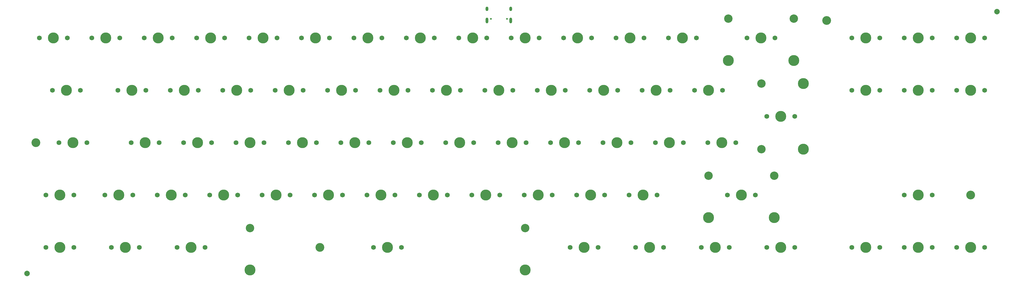
<source format=gts>
G04 #@! TF.GenerationSoftware,KiCad,Pcbnew,(6.0.2)*
G04 #@! TF.CreationDate,2022-02-17T23:22:08+01:00*
G04 #@! TF.ProjectId,Frooastboard Walnut,46726f6f-6173-4746-926f-617264205761,rev?*
G04 #@! TF.SameCoordinates,Original*
G04 #@! TF.FileFunction,Soldermask,Top*
G04 #@! TF.FilePolarity,Negative*
%FSLAX46Y46*%
G04 Gerber Fmt 4.6, Leading zero omitted, Abs format (unit mm)*
G04 Created by KiCad (PCBNEW (6.0.2)) date 2022-02-17 23:22:08*
%MOMM*%
%LPD*%
G01*
G04 APERTURE LIST*
%ADD10C,1.750000*%
%ADD11C,3.987800*%
%ADD12C,3.200000*%
%ADD13C,3.048000*%
%ADD14C,2.000000*%
%ADD15C,0.650000*%
%ADD16O,1.000000X1.600000*%
%ADD17O,1.000000X2.100000*%
G04 APERTURE END LIST*
D10*
X359251250Y-30956250D03*
X369411250Y-30956250D03*
D11*
X364331250Y-30956250D03*
D10*
X236061250Y-50006250D03*
X225901250Y-50006250D03*
D11*
X230981250Y-50006250D03*
D10*
X231298750Y-88106250D03*
D11*
X226218750Y-88106250D03*
D10*
X221138750Y-88106250D03*
X217011250Y-50006250D03*
D11*
X211931250Y-50006250D03*
D10*
X206851250Y-50006250D03*
D11*
X245268750Y-88106250D03*
D10*
X250348750Y-88106250D03*
X240188750Y-88106250D03*
X78898750Y-88106250D03*
D11*
X73818750Y-88106250D03*
D10*
X68738750Y-88106250D03*
D11*
X121443750Y-69056250D03*
D10*
X126523750Y-69056250D03*
X116363750Y-69056250D03*
D11*
X250031250Y-50006250D03*
D10*
X244951250Y-50006250D03*
X255111250Y-50006250D03*
X242570000Y-107156250D03*
X252730000Y-107156250D03*
D11*
X247650000Y-107156250D03*
D10*
X40798750Y-50006250D03*
D11*
X35718750Y-50006250D03*
D10*
X30638750Y-50006250D03*
X102711250Y-50006250D03*
X92551250Y-50006250D03*
D11*
X97631250Y-50006250D03*
D10*
X216376250Y-30956250D03*
X226536250Y-30956250D03*
D11*
X221456250Y-30956250D03*
X116681250Y-50006250D03*
D10*
X111601250Y-50006250D03*
X121761250Y-50006250D03*
D12*
X24606250Y-69056250D03*
D10*
X174148750Y-88106250D03*
X163988750Y-88106250D03*
D11*
X169068750Y-88106250D03*
D10*
X197326250Y-30956250D03*
X207486250Y-30956250D03*
D11*
X202406250Y-30956250D03*
X197643750Y-69056250D03*
D10*
X192563750Y-69056250D03*
X202723750Y-69056250D03*
X202088750Y-88106250D03*
X212248750Y-88106250D03*
D11*
X207168750Y-88106250D03*
D12*
X364331250Y-88106250D03*
D10*
X144938750Y-88106250D03*
X155098750Y-88106250D03*
D11*
X150018750Y-88106250D03*
X92868750Y-88106250D03*
D10*
X87788750Y-88106250D03*
X97948750Y-88106250D03*
X131286250Y-30956250D03*
D11*
X126206250Y-30956250D03*
D10*
X121126250Y-30956250D03*
D11*
X326231250Y-30956250D03*
D10*
X321151250Y-30956250D03*
X331311250Y-30956250D03*
D11*
X235743750Y-69056250D03*
D10*
X230663750Y-69056250D03*
X240823750Y-69056250D03*
X147320000Y-107156250D03*
D13*
X102400100Y-100171250D03*
D11*
X202399900Y-115411250D03*
D13*
X202399900Y-100171250D03*
D11*
X152400000Y-107156250D03*
X102400100Y-115411250D03*
D10*
X157480000Y-107156250D03*
D11*
X183356250Y-30956250D03*
D10*
X178276250Y-30956250D03*
X188436250Y-30956250D03*
X249713750Y-69056250D03*
D11*
X254793750Y-69056250D03*
D10*
X259873750Y-69056250D03*
X264001250Y-50006250D03*
X274161250Y-50006250D03*
D11*
X269081250Y-50006250D03*
D12*
X311943750Y-24606250D03*
D11*
X364331250Y-107156250D03*
D10*
X359251250Y-107156250D03*
X369411250Y-107156250D03*
D11*
X38100000Y-69056250D03*
D10*
X33020000Y-69056250D03*
X43180000Y-69056250D03*
X331311250Y-107156250D03*
X321151250Y-107156250D03*
D11*
X326231250Y-107156250D03*
X50006250Y-30956250D03*
D10*
X44926250Y-30956250D03*
X55086250Y-30956250D03*
X62230000Y-107156250D03*
D11*
X57150000Y-107156250D03*
D10*
X52070000Y-107156250D03*
D14*
X373856250Y-21431250D03*
D11*
X140493750Y-69056250D03*
D10*
X145573750Y-69056250D03*
X135413750Y-69056250D03*
X293211250Y-30956250D03*
D13*
X300037500Y-23971250D03*
X276225000Y-23971250D03*
D10*
X283051250Y-30956250D03*
D11*
X300037500Y-39211250D03*
X288131250Y-30956250D03*
X276225000Y-39211250D03*
D10*
X187801250Y-50006250D03*
D11*
X192881250Y-50006250D03*
D10*
X197961250Y-50006250D03*
X321151250Y-50006250D03*
X331311250Y-50006250D03*
D11*
X326231250Y-50006250D03*
D10*
X193198750Y-88106250D03*
D11*
X188118750Y-88106250D03*
D10*
X183038750Y-88106250D03*
X59213750Y-69056250D03*
D11*
X64293750Y-69056250D03*
D10*
X69373750Y-69056250D03*
X173513750Y-69056250D03*
D11*
X178593750Y-69056250D03*
D10*
X183673750Y-69056250D03*
D14*
X21431250Y-116681250D03*
D11*
X111918750Y-88106250D03*
D10*
X116998750Y-88106250D03*
X106838750Y-88106250D03*
D11*
X33337500Y-107156250D03*
D10*
X38417500Y-107156250D03*
X28257500Y-107156250D03*
X74136250Y-30956250D03*
D11*
X69056250Y-30956250D03*
D10*
X63976250Y-30956250D03*
X73501250Y-50006250D03*
D11*
X78581250Y-50006250D03*
D10*
X83661250Y-50006250D03*
D11*
X107156250Y-30956250D03*
D10*
X112236250Y-30956250D03*
X102076250Y-30956250D03*
D11*
X273843750Y-69056250D03*
D10*
X268763750Y-69056250D03*
X278923750Y-69056250D03*
D11*
X345281250Y-30956250D03*
D10*
X340201250Y-30956250D03*
X350361250Y-30956250D03*
X218757500Y-107156250D03*
X228917500Y-107156250D03*
D11*
X223837500Y-107156250D03*
D10*
X169386250Y-30956250D03*
X159226250Y-30956250D03*
D11*
X164306250Y-30956250D03*
D10*
X49688750Y-88106250D03*
D11*
X54768750Y-88106250D03*
D10*
X59848750Y-88106250D03*
D11*
X88106250Y-30956250D03*
D10*
X93186250Y-30956250D03*
X83026250Y-30956250D03*
X88423750Y-69056250D03*
X78263750Y-69056250D03*
D11*
X83343750Y-69056250D03*
D10*
X97313750Y-69056250D03*
X107473750Y-69056250D03*
D11*
X102393750Y-69056250D03*
X240506250Y-30956250D03*
D10*
X235426250Y-30956250D03*
X245586250Y-30956250D03*
D12*
X127793750Y-107156250D03*
D10*
X140176250Y-30956250D03*
D11*
X145256250Y-30956250D03*
D10*
X150336250Y-30956250D03*
D11*
X271462500Y-107156250D03*
D10*
X266382500Y-107156250D03*
X276542500Y-107156250D03*
D11*
X216693750Y-69056250D03*
D10*
X211613750Y-69056250D03*
X221773750Y-69056250D03*
D11*
X303530000Y-47593250D03*
D13*
X288290000Y-71469250D03*
D11*
X303530000Y-71469250D03*
D10*
X300355000Y-59531250D03*
D11*
X295275000Y-59531250D03*
D10*
X290195000Y-59531250D03*
D13*
X288290000Y-47593250D03*
D10*
X125888750Y-88106250D03*
X136048750Y-88106250D03*
D11*
X130968750Y-88106250D03*
D10*
X28257500Y-88106250D03*
X38417500Y-88106250D03*
D11*
X33337500Y-88106250D03*
D10*
X369411250Y-50006250D03*
X359251250Y-50006250D03*
D11*
X364331250Y-50006250D03*
D10*
X340201250Y-88106250D03*
X350361250Y-88106250D03*
D11*
X345281250Y-88106250D03*
X173831250Y-50006250D03*
D10*
X168751250Y-50006250D03*
X178911250Y-50006250D03*
X54451250Y-50006250D03*
D11*
X59531250Y-50006250D03*
D10*
X64611250Y-50006250D03*
X350361250Y-50006250D03*
X340201250Y-50006250D03*
D11*
X345281250Y-50006250D03*
X295275000Y-107156250D03*
D10*
X300355000Y-107156250D03*
X290195000Y-107156250D03*
X154463750Y-69056250D03*
D11*
X159543750Y-69056250D03*
D10*
X164623750Y-69056250D03*
D11*
X154781250Y-50006250D03*
D10*
X159861250Y-50006250D03*
X149701250Y-50006250D03*
X350361250Y-107156250D03*
X340201250Y-107156250D03*
D11*
X345281250Y-107156250D03*
X30956250Y-30956250D03*
D10*
X36036250Y-30956250D03*
X25876250Y-30956250D03*
X75882500Y-107156250D03*
X86042500Y-107156250D03*
D11*
X80962500Y-107156250D03*
D10*
X264636250Y-30956250D03*
D11*
X259556250Y-30956250D03*
D10*
X254476250Y-30956250D03*
D11*
X280987500Y-88106250D03*
D13*
X269081250Y-81121250D03*
D10*
X286067500Y-88106250D03*
X275907500Y-88106250D03*
D13*
X292893750Y-81121250D03*
D11*
X292893750Y-96361250D03*
X269081250Y-96361250D03*
D10*
X140811250Y-50006250D03*
D11*
X135731250Y-50006250D03*
D10*
X130651250Y-50006250D03*
D15*
X195771250Y-24076250D03*
X189991250Y-24076250D03*
D16*
X197201250Y-20426250D03*
X188561250Y-20426250D03*
D17*
X197201250Y-24606250D03*
X188561250Y-24606250D03*
M02*

</source>
